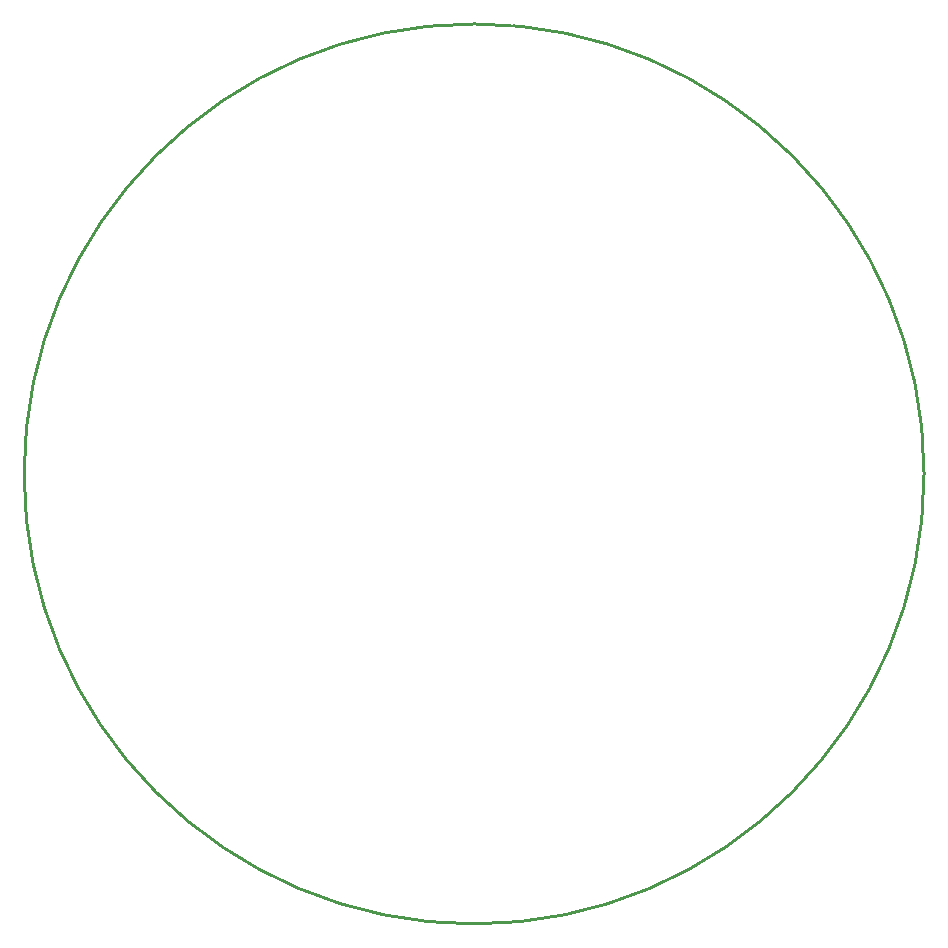
<source format=gko>
G04 Layer_Color=16711935*
%FSLAX24Y24*%
%MOIN*%
G70*
G01*
G75*
%ADD28C,0.0100*%
D28*
X15000Y0D02*
G03*
X15000Y0I-15000J0D01*
G01*
M02*

</source>
